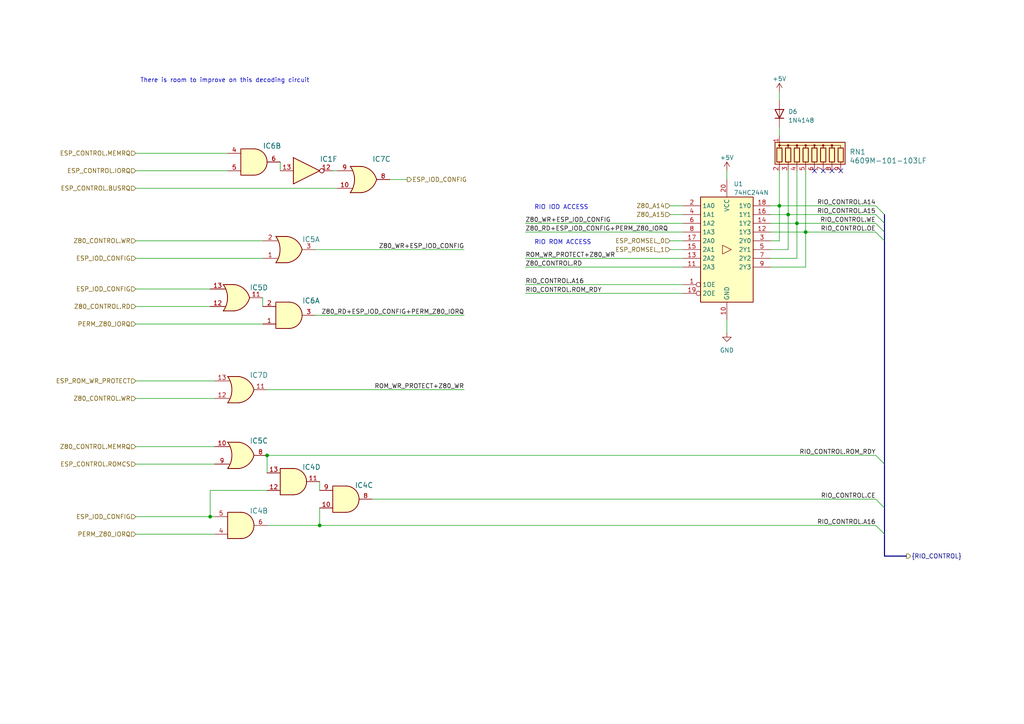
<source format=kicad_sch>
(kicad_sch (version 20230121) (generator eeschema)
  (paper "A4")
  (title_block (comment 1 "This could be copied into a RIO implemenation") (comment 2 "Decoder circuit for the RIO chip"))
  (lib_symbols
    (symbol "74xx:74HC04"
      (property "Reference" "U" (at 0 1.27 0))
      (property "Value" "74HC04" (at 0 -1.27 0))
      (symbol "74HC04_1_0"
        (polyline (pts (xy -3.81 3.81) (xy -3.81 -3.81) (xy 3.81 0) (xy -3.81 3.81)) (stroke (width 0.254)) (fill (type background)))
        (pin input line (at -7.62 0 0) (length 3.81) (name "~") (number "1"))
        (pin output inverted (at 7.62 0 180) (length 3.81) (name "~") (number "2"))
      )
      (symbol "74HC04_2_0"
        (polyline (pts (xy -3.81 3.81) (xy -3.81 -3.81) (xy 3.81 0) (xy -3.81 3.81)) (stroke (width 0.254)) (fill (type background)))
        (pin input line (at -7.62 0 0) (length 3.81) (name "~") (number "3"))
        (pin output inverted (at 7.62 0 180) (length 3.81) (name "~") (number "4"))
      )
      (symbol "74HC04_3_0"
        (polyline (pts (xy -3.81 3.81) (xy -3.81 -3.81) (xy 3.81 0) (xy -3.81 3.81)) (stroke (width 0.254)) (fill (type background)))
        (pin input line (at -7.62 0 0) (length 3.81) (name "~") (number "5"))
        (pin output inverted (at 7.62 0 180) (length 3.81) (name "~") (number "6"))
      )
      (symbol "74HC04_4_0"
        (polyline (pts (xy -3.81 3.81) (xy -3.81 -3.81) (xy 3.81 0) (xy -3.81 3.81)) (stroke (width 0.254)) (fill (type background)))
        (pin output inverted (at 7.62 0 180) (length 3.81) (name "~") (number "8"))
        (pin input line (at -7.62 0 0) (length 3.81) (name "~") (number "9"))
      )
      (symbol "74HC04_5_0"
        (polyline (pts (xy -3.81 3.81) (xy -3.81 -3.81) (xy 3.81 0) (xy -3.81 3.81)) (stroke (width 0.254)) (fill (type background)))
        (pin output inverted (at 7.62 0 180) (length 3.81) (name "~") (number "10"))
        (pin input line (at -7.62 0 0) (length 3.81) (name "~") (number "11"))
      )
      (symbol "74HC04_6_0"
        (polyline (pts (xy -3.81 3.81) (xy -3.81 -3.81) (xy 3.81 0) (xy -3.81 3.81)) (stroke (width 0.254)) (fill (type background)))
        (pin output inverted (at 7.62 0 180) (length 3.81) (name "~") (number "12"))
        (pin input line (at -7.62 0 0) (length 3.81) (name "~") (number "13"))
      )
      (symbol "74HC04_7_0"
        (pin power_in line (at 0 12.7 270) (length 5.08) (name "VCC") (number "14"))
        (pin power_in line (at 0 -12.7 90) (length 5.08) (name "GND") (number "7"))
      )
      (symbol "74HC04_7_1"
        (rectangle (start -5.08 7.62) (end 5.08 -7.62) (stroke (width 0.254)) (fill (type background)))
      )
    )
    (symbol "74xx:74HC244"
      (property "Reference" "U" (at -7.62 16.51 0))
      (property "Value" "74HC244" (at -7.62 -16.51 0))
      (symbol "74HC244_1_0"
        (polyline (pts (xy 1.27 0) (xy -1.27 1.27) (xy -1.27 -1.27) (xy 1.27 0)) (stroke (width 0.1524)))
        (pin input inverted (at -12.7 -10.16 0) (length 5.08) (name "1OE") (number "1"))
        (pin power_in line (at 0 -20.32 90) (length 5.08) (name "GND") (number "10"))
        (pin input line (at -12.7 -5.08 0) (length 5.08) (name "2A3") (number "11"))
        (pin tri_state line (at 12.7 5.08 180) (length 5.08) (name "1Y3") (number "12"))
        (pin input line (at -12.7 -2.54 0) (length 5.08) (name "2A2") (number "13"))
        (pin tri_state line (at 12.7 7.62 180) (length 5.08) (name "1Y2") (number "14"))
        (pin input line (at -12.7 0 0) (length 5.08) (name "2A1") (number "15"))
        (pin tri_state line (at 12.7 10.16 180) (length 5.08) (name "1Y1") (number "16"))
        (pin input line (at -12.7 2.54 0) (length 5.08) (name "2A0") (number "17"))
        (pin tri_state line (at 12.7 12.7 180) (length 5.08) (name "1Y0") (number "18"))
        (pin input inverted (at -12.7 -12.7 0) (length 5.08) (name "2OE") (number "19"))
        (pin input line (at -12.7 12.7 0) (length 5.08) (name "1A0") (number "2"))
        (pin power_in line (at 0 20.32 270) (length 5.08) (name "VCC") (number "20"))
        (pin tri_state line (at 12.7 2.54 180) (length 5.08) (name "2Y0") (number "3"))
        (pin input line (at -12.7 10.16 0) (length 5.08) (name "1A1") (number "4"))
        (pin tri_state line (at 12.7 0 180) (length 5.08) (name "2Y1") (number "5"))
        (pin input line (at -12.7 7.62 0) (length 5.08) (name "1A2") (number "6"))
        (pin tri_state line (at 12.7 -2.54 180) (length 5.08) (name "2Y2") (number "7"))
        (pin input line (at -12.7 5.08 0) (length 5.08) (name "1A3") (number "8"))
        (pin tri_state line (at 12.7 -5.08 180) (length 5.08) (name "2Y3") (number "9"))
      )
      (symbol "74HC244_1_1"
        (rectangle (start -7.62 15.24) (end 7.62 -15.24) (stroke (width 0.254)) (fill (type background)))
      )
    )
    (symbol "74xx:74LS08" (pin_names (offset 1.016))
      (property "Reference" "U" (at 0 1.27 0))
      (property "Value" "74LS08" (at 0 -1.27 0))
      (symbol "74LS08_1_1"
        (arc (start 0 -3.81) (mid 3.7934 0) (end 0 3.81) (stroke (width 0.254)) (fill (type background)))
        (polyline (pts (xy 0 3.81) (xy -3.81 3.81) (xy -3.81 -3.81) (xy 0 -3.81)) (stroke (width 0.254)) (fill (type background)))
        (pin input line (at -7.62 2.54 0) (length 3.81) (name "~") (number "1"))
        (pin input line (at -7.62 -2.54 0) (length 3.81) (name "~") (number "2"))
        (pin output line (at 7.62 0 180) (length 3.81) (name "~") (number "3"))
      )
      (symbol "74LS08_1_2"
        (arc (start -3.81 -3.81) (mid -2.589 0) (end -3.81 3.81) (stroke (width 0.254)))
        (arc (start -0.6096 -3.81) (mid 2.1842 -2.5851) (end 3.81 0) (stroke (width 0.254)) (fill (type background)))
        (polyline (pts (xy -3.81 -3.81) (xy -0.635 -3.81)) (stroke (width 0.254)) (fill (type background)))
        (polyline (pts (xy -3.81 3.81) (xy -0.635 3.81)) (stroke (width 0.254)) (fill (type background)))
        (polyline (pts (xy -0.635 3.81) (xy -3.81 3.81) (xy -3.81 3.81) (xy -3.556 3.4036) (xy -3.0226 2.2606) (xy -2.6924 1.0414) (xy -2.6162 -0.254) (xy -2.7686 -1.4986) (xy -3.175 -2.7178) (xy -3.81 -3.81) (xy -3.81 -3.81) (xy -0.635 -3.81)) (stroke (width -25.4)) (fill (type background)))
        (arc (start 3.81 0) (mid 2.1915 2.5936) (end -0.6096 3.81) (stroke (width 0.254)) (fill (type background)))
        (pin input inverted (at -7.62 2.54 0) (length 4.318) (name "~") (number "1"))
        (pin input inverted (at -7.62 -2.54 0) (length 4.318) (name "~") (number "2"))
        (pin output inverted (at 7.62 0 180) (length 3.81) (name "~") (number "3"))
      )
      (symbol "74LS08_2_1"
        (arc (start 0 -3.81) (mid 3.7934 0) (end 0 3.81) (stroke (width 0.254)) (fill (type background)))
        (polyline (pts (xy 0 3.81) (xy -3.81 3.81) (xy -3.81 -3.81) (xy 0 -3.81)) (stroke (width 0.254)) (fill (type background)))
        (pin input line (at -7.62 2.54 0) (length 3.81) (name "~") (number "4"))
        (pin input line (at -7.62 -2.54 0) (length 3.81) (name "~") (number "5"))
        (pin output line (at 7.62 0 180) (length 3.81) (name "~") (number "6"))
      )
      (symbol "74LS08_2_2"
        (arc (start -3.81 -3.81) (mid -2.589 0) (end -3.81 3.81) (stroke (width 0.254)))
        (arc (start -0.6096 -3.81) (mid 2.1842 -2.5851) (end 3.81 0) (stroke (width 0.254)) (fill (type background)))
        (polyline (pts (xy -3.81 -3.81) (xy -0.635 -3.81)) (stroke (width 0.254)) (fill (type background)))
        (polyline (pts (xy -3.81 3.81) (xy -0.635 3.81)) (stroke (width 0.254)) (fill (type background)))
        (polyline (pts (xy -0.635 3.81) (xy -3.81 3.81) (xy -3.81 3.81) (xy -3.556 3.4036) (xy -3.0226 2.2606) (xy -2.6924 1.0414) (xy -2.6162 -0.254) (xy -2.7686 -1.4986) (xy -3.175 -2.7178) (xy -3.81 -3.81) (xy -3.81 -3.81) (xy -0.635 -3.81)) (stroke (width -25.4)) (fill (type background)))
        (arc (start 3.81 0) (mid 2.1915 2.5936) (end -0.6096 3.81) (stroke (width 0.254)) (fill (type background)))
        (pin input inverted (at -7.62 2.54 0) (length 4.318) (name "~") (number "4"))
        (pin input inverted (at -7.62 -2.54 0) (length 4.318) (name "~") (number "5"))
        (pin output inverted (at 7.62 0 180) (length 3.81) (name "~") (number "6"))
      )
      (symbol "74LS08_3_1"
        (arc (start 0 -3.81) (mid 3.7934 0) (end 0 3.81) (stroke (width 0.254)) (fill (type background)))
        (polyline (pts (xy 0 3.81) (xy -3.81 3.81) (xy -3.81 -3.81) (xy 0 -3.81)) (stroke (width 0.254)) (fill (type background)))
        (pin input line (at -7.62 -2.54 0) (length 3.81) (name "~") (number "10"))
        (pin output line (at 7.62 0 180) (length 3.81) (name "~") (number "8"))
        (pin input line (at -7.62 2.54 0) (length 3.81) (name "~") (number "9"))
      )
      (symbol "74LS08_3_2"
        (arc (start -3.81 -3.81) (mid -2.589 0) (end -3.81 3.81) (stroke (width 0.254)))
        (arc (start -0.6096 -3.81) (mid 2.1842 -2.5851) (end 3.81 0) (stroke (width 0.254)) (fill (type background)))
        (polyline (pts (xy -3.81 -3.81) (xy -0.635 -3.81)) (stroke (width 0.254)) (fill (type background)))
        (polyline (pts (xy -3.81 3.81) (xy -0.635 3.81)) (stroke (width 0.254)) (fill (type background)))
        (polyline (pts (xy -0.635 3.81) (xy -3.81 3.81) (xy -3.81 3.81) (xy -3.556 3.4036) (xy -3.0226 2.2606) (xy -2.6924 1.0414) (xy -2.6162 -0.254) (xy -2.7686 -1.4986) (xy -3.175 -2.7178) (xy -3.81 -3.81) (xy -3.81 -3.81) (xy -0.635 -3.81)) (stroke (width -25.4)) (fill (type background)))
        (arc (start 3.81 0) (mid 2.1915 2.5936) (end -0.6096 3.81) (stroke (width 0.254)) (fill (type background)))
        (pin input inverted (at -7.62 -2.54 0) (length 4.318) (name "~") (number "10"))
        (pin output inverted (at 7.62 0 180) (length 3.81) (name "~") (number "8"))
        (pin input inverted (at -7.62 2.54 0) (length 4.318) (name "~") (number "9"))
      )
      (symbol "74LS08_4_1"
        (arc (start 0 -3.81) (mid 3.7934 0) (end 0 3.81) (stroke (width 0.254)) (fill (type background)))
        (polyline (pts (xy 0 3.81) (xy -3.81 3.81) (xy -3.81 -3.81) (xy 0 -3.81)) (stroke (width 0.254)) (fill (type background)))
        (pin output line (at 7.62 0 180) (length 3.81) (name "~") (number "11"))
        (pin input line (at -7.62 2.54 0) (length 3.81) (name "~") (number "12"))
        (pin input line (at -7.62 -2.54 0) (length 3.81) (name "~") (number "13"))
      )
      (symbol "74LS08_4_2"
        (arc (start -3.81 -3.81) (mid -2.589 0) (end -3.81 3.81) (stroke (width 0.254)))
        (arc (start -0.6096 -3.81) (mid 2.1842 -2.5851) (end 3.81 0) (stroke (width 0.254)) (fill (type background)))
        (polyline (pts (xy -3.81 -3.81) (xy -0.635 -3.81)) (stroke (width 0.254)) (fill (type background)))
        (polyline (pts (xy -3.81 3.81) (xy -0.635 3.81)) (stroke (width 0.254)) (fill (type background)))
        (polyline (pts (xy -0.635 3.81) (xy -3.81 3.81) (xy -3.81 3.81) (xy -3.556 3.4036) (xy -3.0226 2.2606) (xy -2.6924 1.0414) (xy -2.6162 -0.254) (xy -2.7686 -1.4986) (xy -3.175 -2.7178) (xy -3.81 -3.81) (xy -3.81 -3.81) (xy -0.635 -3.81)) (stroke (width -25.4)) (fill (type background)))
        (arc (start 3.81 0) (mid 2.1915 2.5936) (end -0.6096 3.81) (stroke (width 0.254)) (fill (type background)))
        (pin output inverted (at 7.62 0 180) (length 3.81) (name "~") (number "11"))
        (pin input inverted (at -7.62 2.54 0) (length 4.318) (name "~") (number "12"))
        (pin input inverted (at -7.62 -2.54 0) (length 4.318) (name "~") (number "13"))
      )
      (symbol "74LS08_5_0"
        (pin power_in line (at 0 12.7 270) (length 5.08) (name "VCC") (number "14"))
        (pin power_in line (at 0 -12.7 90) (length 5.08) (name "GND") (number "7"))
      )
      (symbol "74LS08_5_1"
        (rectangle (start -5.08 7.62) (end 5.08 -7.62) (stroke (width 0.254)) (fill (type background)))
      )
    )
    (symbol "74xx:74LS32" (pin_names (offset 1.016))
      (property "Reference" "U" (at 0 1.27 0))
      (property "Value" "74LS32" (at 0 -1.27 0))
      (symbol "74LS32_1_1"
        (arc (start -3.81 -3.81) (mid -2.589 0) (end -3.81 3.81) (stroke (width 0.254)))
        (arc (start -0.6096 -3.81) (mid 2.1842 -2.5851) (end 3.81 0) (stroke (width 0.254)) (fill (type background)))
        (polyline (pts (xy -3.81 -3.81) (xy -0.635 -3.81)) (stroke (width 0.254)) (fill (type background)))
        (polyline (pts (xy -3.81 3.81) (xy -0.635 3.81)) (stroke (width 0.254)) (fill (type background)))
        (polyline (pts (xy -0.635 3.81) (xy -3.81 3.81) (xy -3.81 3.81) (xy -3.556 3.4036) (xy -3.0226 2.2606) (xy -2.6924 1.0414) (xy -2.6162 -0.254) (xy -2.7686 -1.4986) (xy -3.175 -2.7178) (xy -3.81 -3.81) (xy -3.81 -3.81) (xy -0.635 -3.81)) (stroke (width -25.4)) (fill (type background)))
        (arc (start 3.81 0) (mid 2.1915 2.5936) (end -0.6096 3.81) (stroke (width 0.254)) (fill (type background)))
        (pin input line (at -7.62 2.54 0) (length 4.318) (name "~") (number "1"))
        (pin input line (at -7.62 -2.54 0) (length 4.318) (name "~") (number "2"))
        (pin output line (at 7.62 0 180) (length 3.81) (name "~") (number "3"))
      )
      (symbol "74LS32_1_2"
        (arc (start 0 -3.81) (mid 3.7934 0) (end 0 3.81) (stroke (width 0.254)) (fill (type background)))
        (polyline (pts (xy 0 3.81) (xy -3.81 3.81) (xy -3.81 -3.81) (xy 0 -3.81)) (stroke (width 0.254)) (fill (type background)))
        (pin input inverted (at -7.62 2.54 0) (length 3.81) (name "~") (number "1"))
        (pin input inverted (at -7.62 -2.54 0) (length 3.81) (name "~") (number "2"))
        (pin output inverted (at 7.62 0 180) (length 3.81) (name "~") (number "3"))
      )
      (symbol "74LS32_2_1"
        (arc (start -3.81 -3.81) (mid -2.589 0) (end -3.81 3.81) (stroke (width 0.254)))
        (arc (start -0.6096 -3.81) (mid 2.1842 -2.5851) (end 3.81 0) (stroke (width 0.254)) (fill (type background)))
        (polyline (pts (xy -3.81 -3.81) (xy -0.635 -3.81)) (stroke (width 0.254)) (fill (type background)))
        (polyline (pts (xy -3.81 3.81) (xy -0.635 3.81)) (stroke (width 0.254)) (fill (type background)))
        (polyline (pts (xy -0.635 3.81) (xy -3.81 3.81) (xy -3.81 3.81) (xy -3.556 3.4036) (xy -3.0226 2.2606) (xy -2.6924 1.0414) (xy -2.6162 -0.254) (xy -2.7686 -1.4986) (xy -3.175 -2.7178) (xy -3.81 -3.81) (xy -3.81 -3.81) (xy -0.635 -3.81)) (stroke (width -25.4)) (fill (type background)))
        (arc (start 3.81 0) (mid 2.1915 2.5936) (end -0.6096 3.81) (stroke (width 0.254)) (fill (type background)))
        (pin input line (at -7.62 2.54 0) (length 4.318) (name "~") (number "4"))
        (pin input line (at -7.62 -2.54 0) (length 4.318) (name "~") (number "5"))
        (pin output line (at 7.62 0 180) (length 3.81) (name "~") (number "6"))
      )
      (symbol "74LS32_2_2"
        (arc (start 0 -3.81) (mid 3.7934 0) (end 0 3.81) (stroke (width 0.254)) (fill (type background)))
        (polyline (pts (xy 0 3.81) (xy -3.81 3.81) (xy -3.81 -3.81) (xy 0 -3.81)) (stroke (width 0.254)) (fill (type background)))
        (pin input inverted (at -7.62 2.54 0) (length 3.81) (name "~") (number "4"))
        (pin input inverted (at -7.62 -2.54 0) (length 3.81) (name "~") (number "5"))
        (pin output inverted (at 7.62 0 180) (length 3.81) (name "~") (number "6"))
      )
      (symbol "74LS32_3_1"
        (arc (start -3.81 -3.81) (mid -2.589 0) (end -3.81 3.81) (stroke (width 0.254)))
        (arc (start -0.6096 -3.81) (mid 2.1842 -2.5851) (end 3.81 0) (stroke (width 0.254)) (fill (type background)))
        (polyline (pts (xy -3.81 -3.81) (xy -0.635 -3.81)) (stroke (width 0.254)) (fill (type background)))
        (polyline (pts (xy -3.81 3.81) (xy -0.635 3.81)) (stroke (width 0.254)) (fill (type background)))
        (polyline (pts (xy -0.635 3.81) (xy -3.81 3.81) (xy -3.81 3.81) (xy -3.556 3.4036) (xy -3.0226 2.2606) (xy -2.6924 1.0414) (xy -2.6162 -0.254) (xy -2.7686 -1.4986) (xy -3.175 -2.7178) (xy -3.81 -3.81) (xy -3.81 -3.81) (xy -0.635 -3.81)) (stroke (width -25.4)) (fill (type background)))
        (arc (start 3.81 0) (mid 2.1915 2.5936) (end -0.6096 3.81) (stroke (width 0.254)) (fill (type background)))
        (pin input line (at -7.62 -2.54 0) (length 4.318) (name "~") (number "10"))
        (pin output line (at 7.62 0 180) (length 3.81) (name "~") (number "8"))
        (pin input line (at -7.62 2.54 0) (length 4.318) (name "~") (number "9"))
      )
      (symbol "74LS32_3_2"
        (arc (start 0 -3.81) (mid 3.7934 0) (end 0 3.81) (stroke (width 0.254)) (fill (type background)))
        (polyline (pts (xy 0 3.81) (xy -3.81 3.81) (xy -3.81 -3.81) (xy 0 -3.81)) (stroke (width 0.254)) (fill (type background)))
        (pin input inverted (at -7.62 -2.54 0) (length 3.81) (name "~") (number "10"))
        (pin output inverted (at 7.62 0 180) (length 3.81) (name "~") (number "8"))
        (pin input inverted (at -7.62 2.54 0) (length 3.81) (name "~") (number "9"))
      )
      (symbol "74LS32_4_1"
        (arc (start -3.81 -3.81) (mid -2.589 0) (end -3.81 3.81) (stroke (width 0.254)))
        (arc (start -0.6096 -3.81) (mid 2.1842 -2.5851) (end 3.81 0) (stroke (width 0.254)) (fill (type background)))
        (polyline (pts (xy -3.81 -3.81) (xy -0.635 -3.81)) (stroke (width 0.254)) (fill (type background)))
        (polyline (pts (xy -3.81 3.81) (xy -0.635 3.81)) (stroke (width 0.254)) (fill (type background)))
        (polyline (pts (xy -0.635 3.81) (xy -3.81 3.81) (xy -3.81 3.81) (xy -3.556 3.4036) (xy -3.0226 2.2606) (xy -2.6924 1.0414) (xy -2.6162 -0.254) (xy -2.7686 -1.4986) (xy -3.175 -2.7178) (xy -3.81 -3.81) (xy -3.81 -3.81) (xy -0.635 -3.81)) (stroke (width -25.4)) (fill (type background)))
        (arc (start 3.81 0) (mid 2.1915 2.5936) (end -0.6096 3.81) (stroke (width 0.254)) (fill (type background)))
        (pin output line (at 7.62 0 180) (length 3.81) (name "~") (number "11"))
        (pin input line (at -7.62 2.54 0) (length 4.318) (name "~") (number "12"))
        (pin input line (at -7.62 -2.54 0) (length 4.318) (name "~") (number "13"))
      )
      (symbol "74LS32_4_2"
        (arc (start 0 -3.81) (mid 3.7934 0) (end 0 3.81) (stroke (width 0.254)) (fill (type background)))
        (polyline (pts (xy 0 3.81) (xy -3.81 3.81) (xy -3.81 -3.81) (xy 0 -3.81)) (stroke (width 0.254)) (fill (type background)))
        (pin output inverted (at 7.62 0 180) (length 3.81) (name "~") (number "11"))
        (pin input inverted (at -7.62 2.54 0) (length 3.81) (name "~") (number "12"))
        (pin input inverted (at -7.62 -2.54 0) (length 3.81) (name "~") (number "13"))
      )
      (symbol "74LS32_5_0"
        (pin power_in line (at 0 12.7 270) (length 5.08) (name "VCC") (number "14"))
        (pin power_in line (at 0 -12.7 90) (length 5.08) (name "GND") (number "7"))
      )
      (symbol "74LS32_5_1"
        (rectangle (start -5.08 7.62) (end 5.08 -7.62) (stroke (width 0.254)) (fill (type background)))
      )
    )
    (symbol "Device:D" (pin_numbers hide) (pin_names (offset 1.016) hide)
      (property "Reference" "D" (at 0 2.54 0))
      (property "Value" "D" (at 0 -2.54 0))
      (symbol "D_0_1"
        (polyline (pts (xy -1.27 1.27) (xy -1.27 -1.27)) (stroke (width 0.254)))
        (polyline (pts (xy 1.27 0) (xy -1.27 0)))
        (polyline (pts (xy 1.27 1.27) (xy 1.27 -1.27) (xy -1.27 0) (xy 1.27 1.27)) (stroke (width 0.254)))
      )
      (symbol "D_1_1"
        (pin passive line (at -3.81 0 0) (length 2.54) (name "K") (number "1"))
        (pin passive line (at 3.81 0 180) (length 2.54) (name "A") (number "2"))
      )
    )
    (symbol "Device:R_Network08" (pin_names (offset 0) hide)
      (property "Reference" "RN" (at -12.7 0 90))
      (property "Value" "R_Network08" (at 10.16 0 90))
      (symbol "R_Network08_0_1"
        (rectangle (start -11.43 -3.175) (end 8.89 3.175) (stroke (width 0.254)) (fill (type background)))
        (rectangle (start -10.922 1.524) (end -9.398 -2.54) (stroke (width 0.254)))
        (circle (center -10.16 2.286) (radius 0.254) (fill (type outline)))
        (rectangle (start -8.382 1.524) (end -6.858 -2.54) (stroke (width 0.254)))
        (circle (center -7.62 2.286) (radius 0.254) (fill (type outline)))
        (rectangle (start -5.842 1.524) (end -4.318 -2.54) (stroke (width 0.254)))
        (circle (center -5.08 2.286) (radius 0.254) (fill (type outline)))
        (rectangle (start -3.302 1.524) (end -1.778 -2.54) (stroke (width 0.254)))
        (circle (center -2.54 2.286) (radius 0.254) (fill (type outline)))
        (rectangle (start -0.762 1.524) (end 0.762 -2.54) (stroke (width 0.254)))
        (polyline (pts (xy -10.16 -2.54) (xy -10.16 -3.81)))
        (polyline (pts (xy -7.62 -2.54) (xy -7.62 -3.81)))
        (polyline (pts (xy -5.08 -2.54) (xy -5.08 -3.81)))
        (polyline (pts (xy -2.54 -2.54) (xy -2.54 -3.81)))
        (polyline (pts (xy 0 -2.54) (xy 0 -3.81)))
        (polyline (pts (xy 2.54 -2.54) (xy 2.54 -3.81)))
        (polyline (pts (xy 5.08 -2.54) (xy 5.08 -3.81)))
        (polyline (pts (xy 7.62 -2.54) (xy 7.62 -3.81)))
        (polyline (pts (xy -10.16 1.524) (xy -10.16 2.286) (xy -7.62 2.286) (xy -7.62 1.524)))
        (polyline (pts (xy -7.62 1.524) (xy -7.62 2.286) (xy -5.08 2.286) (xy -5.08 1.524)))
        (polyline (pts (xy -5.08 1.524) (xy -5.08 2.286) (xy -2.54 2.286) (xy -2.54 1.524)))
        (polyline (pts (xy -2.54 1.524) (xy -2.54 2.286) (xy 0 2.286) (xy 0 1.524)))
        (polyline (pts (xy 0 1.524) (xy 0 2.286) (xy 2.54 2.286) (xy 2.54 1.524)))
        (polyline (pts (xy 2.54 1.524) (xy 2.54 2.286) (xy 5.08 2.286) (xy 5.08 1.524)))
        (polyline (pts (xy 5.08 1.524) (xy 5.08 2.286) (xy 7.62 2.286) (xy 7.62 1.524)))
        (circle (center 0 2.286) (radius 0.254) (fill (type outline)))
        (rectangle (start 1.778 1.524) (end 3.302 -2.54) (stroke (width 0.254)))
        (circle (center 2.54 2.286) (radius 0.254) (fill (type outline)))
        (rectangle (start 4.318 1.524) (end 5.842 -2.54) (stroke (width 0.254)))
        (circle (center 5.08 2.286) (radius 0.254) (fill (type outline)))
        (rectangle (start 6.858 1.524) (end 8.382 -2.54) (stroke (width 0.254)))
      )
      (symbol "R_Network08_1_1"
        (pin passive line (at -10.16 5.08 270) (length 2.54) (name "common") (number "1"))
        (pin passive line (at -10.16 -5.08 90) (length 1.27) (name "R1") (number "2"))
        (pin passive line (at -7.62 -5.08 90) (length 1.27) (name "R2") (number "3"))
        (pin passive line (at -5.08 -5.08 90) (length 1.27) (name "R3") (number "4"))
        (pin passive line (at -2.54 -5.08 90) (length 1.27) (name "R4") (number "5"))
        (pin passive line (at 0 -5.08 90) (length 1.27) (name "R5") (number "6"))
        (pin passive line (at 2.54 -5.08 90) (length 1.27) (name "R6") (number "7"))
        (pin passive line (at 5.08 -5.08 90) (length 1.27) (name "R7") (number "8"))
        (pin passive line (at 7.62 -5.08 90) (length 1.27) (name "R8") (number "9"))
      )
    )
    (symbol "power:+5V" (power) (pin_names (offset 0))
      (property "Value" "+5V" (at 0 3.556 0))
      (symbol "+5V_0_1"
        (polyline (pts (xy -0.762 1.27) (xy 0 2.54)))
        (polyline (pts (xy 0 0) (xy 0 2.54)))
        (polyline (pts (xy 0 2.54) (xy 0.762 1.27)))
      )
      (symbol "+5V_1_1"
        (pin power_in line (at 0 0 90) (length 0) hide (name "+5V") (number "1"))
      )
    )
    (symbol "power:GND" (power) (pin_names (offset 0))
      (property "Value" "GND" (at 0 -3.81 0))
      (symbol "GND_0_1"
        (polyline (pts (xy 0 0) (xy 0 -1.27) (xy 1.27 -1.27) (xy 0 -2.54) (xy -1.27 -1.27) (xy 0 -1.27)))
      )
      (symbol "GND_1_1"
        (pin power_in line (at 0 0 270) (length 0) hide (name "GND") (number "1"))
      )
    )
  )
  (junction (at 228.6 62.23))
  (junction (at 92.71 152.4))
  (junction (at 77.47 132.08))
  (junction (at 231.14 64.77))
  (junction (at 233.68 67.31))
  (junction (at 226.06 59.69))
  (junction (at 60.96 149.86))
  (no_connect (at 238.76 49.53))
  (no_connect (at 241.3 49.53))
  (no_connect (at 243.84 49.53))
  (no_connect (at 236.22 49.53))
  (bus_entry (at 254 62.23) (size 2.54 2.54))
  (bus_entry (at 254 152.4) (size 2.54 2.54))
  (bus_entry (at 254 132.08) (size 2.54 2.54))
  (bus_entry (at 254 67.31) (size 2.54 2.54))
  (bus_entry (at 254 144.78) (size 2.54 2.54))
  (bus_entry (at 254 64.77) (size 2.54 2.54))
  (bus_entry (at 254 59.69) (size 2.54 2.54))
  (bus (pts (xy 256.54 64.77) (xy 256.54 67.31)))
  (wire (pts (xy 39.37 149.86) (xy 60.96 149.86)))
  (bus (pts (xy 256.54 69.85) (xy 256.54 134.62)))
  (wire (pts (xy 223.52 72.39) (xy 228.6 72.39)))
  (wire (pts (xy 107.95 144.78) (xy 254 144.78)))
  (wire (pts (xy 223.52 77.47) (xy 233.68 77.47)))
  (wire (pts (xy 62.23 134.62) (xy 39.37 134.62)))
  (wire (pts (xy 228.6 62.23) (xy 254 62.23)))
  (wire (pts (xy 233.68 49.53) (xy 233.68 67.31)))
  (wire (pts (xy 228.6 62.23) (xy 228.6 72.39)))
  (wire (pts (xy 81.28 46.99) (xy 81.28 49.53)))
  (bus (pts (xy 256.54 62.23) (xy 256.54 64.77)))
  (wire (pts (xy 152.4 67.31) (xy 198.12 67.31)))
  (wire (pts (xy 152.4 64.77) (xy 198.12 64.77)))
  (wire (pts (xy 223.52 64.77) (xy 231.14 64.77)))
  (wire (pts (xy 226.06 59.69) (xy 254 59.69)))
  (wire (pts (xy 62.23 115.57) (xy 39.37 115.57)))
  (wire (pts (xy 231.14 64.77) (xy 254 64.77)))
  (wire (pts (xy 92.71 139.7) (xy 92.71 142.24)))
  (wire (pts (xy 113.03 52.07) (xy 118.11 52.07)))
  (wire (pts (xy 62.23 154.94) (xy 39.37 154.94)))
  (wire (pts (xy 39.37 93.98) (xy 76.2 93.98)))
  (wire (pts (xy 62.23 129.54) (xy 39.37 129.54)))
  (wire (pts (xy 77.47 137.16) (xy 77.47 132.08)))
  (wire (pts (xy 152.4 82.55) (xy 198.12 82.55)))
  (wire (pts (xy 228.6 49.53) (xy 228.6 62.23)))
  (wire (pts (xy 62.23 149.86) (xy 60.96 149.86)))
  (wire (pts (xy 198.12 77.47) (xy 152.4 77.47)))
  (wire (pts (xy 92.71 152.4) (xy 254 152.4)))
  (wire (pts (xy 226.06 26.67) (xy 226.06 29.21)))
  (wire (pts (xy 152.4 85.09) (xy 198.12 85.09)))
  (wire (pts (xy 198.12 72.39) (xy 194.31 72.39)))
  (bus (pts (xy 262.89 161.29) (xy 256.54 161.29)))
  (wire (pts (xy 97.79 54.61) (xy 39.37 54.61)))
  (wire (pts (xy 62.23 110.49) (xy 39.37 110.49)))
  (wire (pts (xy 96.52 49.53) (xy 97.79 49.53)))
  (wire (pts (xy 77.47 132.08) (xy 254 132.08)))
  (wire (pts (xy 39.37 44.45) (xy 66.04 44.45)))
  (bus (pts (xy 256.54 147.32) (xy 256.54 154.94)))
  (wire (pts (xy 226.06 49.53) (xy 226.06 59.69)))
  (bus (pts (xy 256.54 154.94) (xy 256.54 161.29)))
  (wire (pts (xy 223.52 62.23) (xy 228.6 62.23)))
  (wire (pts (xy 76.2 86.36) (xy 76.2 88.9)))
  (wire (pts (xy 223.52 67.31) (xy 233.68 67.31)))
  (bus (pts (xy 256.54 134.62) (xy 256.54 147.32)))
  (bus (pts (xy 256.54 67.31) (xy 256.54 69.85)))
  (wire (pts (xy 91.44 91.44) (xy 134.62 91.44)))
  (wire (pts (xy 77.47 142.24) (xy 60.96 142.24)))
  (wire (pts (xy 231.14 49.53) (xy 231.14 64.77)))
  (wire (pts (xy 223.52 69.85) (xy 226.06 69.85)))
  (wire (pts (xy 223.52 59.69) (xy 226.06 59.69)))
  (wire (pts (xy 198.12 69.85) (xy 194.31 69.85)))
  (wire (pts (xy 60.96 83.82) (xy 39.37 83.82)))
  (wire (pts (xy 76.2 74.93) (xy 39.37 74.93)))
  (wire (pts (xy 198.12 59.69) (xy 194.31 59.69)))
  (wire (pts (xy 76.2 69.85) (xy 39.37 69.85)))
  (wire (pts (xy 233.68 67.31) (xy 233.68 77.47)))
  (wire (pts (xy 77.47 152.4) (xy 92.71 152.4)))
  (wire (pts (xy 77.47 113.03) (xy 134.62 113.03)))
  (wire (pts (xy 60.96 142.24) (xy 60.96 149.86)))
  (wire (pts (xy 66.04 49.53) (xy 39.37 49.53)))
  (wire (pts (xy 231.14 64.77) (xy 231.14 74.93)))
  (wire (pts (xy 233.68 67.31) (xy 254 67.31)))
  (wire (pts (xy 223.52 74.93) (xy 231.14 74.93)))
  (wire (pts (xy 210.82 92.71) (xy 210.82 96.52)))
  (wire (pts (xy 91.44 72.39) (xy 134.62 72.39)))
  (wire (pts (xy 198.12 62.23) (xy 194.31 62.23)))
  (wire (pts (xy 226.06 69.85) (xy 226.06 59.69)))
  (wire (pts (xy 60.96 88.9) (xy 39.37 88.9)))
  (wire (pts (xy 226.06 36.83) (xy 226.06 39.37)))
  (wire (pts (xy 152.4 74.93) (xy 198.12 74.93)))
  (wire (pts (xy 92.71 152.4) (xy 92.71 147.32)))
  (wire (pts (xy 210.82 49.53) (xy 210.82 52.07)))
  (text "There is room to improve on this decoding circuit" (at 40.64 24.13 0) (effects (font (size 1.27 1.27)) (justify left bottom)))
  (text "RIO IOD ACCESS" (at 154.94 60.96 0) (effects (font (size 1.27 1.27)) (justify left bottom)))
  (text "RIO ROM ACCESS" (at 154.94 71.12 0) (effects (font (size 1.27 1.27)) (justify left bottom)))
  (label "RIO_CONTROL.A14" (at 254 59.69 180))
  (label "ROM_WR_PROTECT+Z80_WR" (at 152.4 74.93 0))
  (label "Z80_WR+ESP_IOD_CONFIG" (at 152.4 64.77 0))
  (label "Z80_RD+ESP_IOD_CONFIG+PERM_Z80_IORQ" (at 152.4 67.31 0))
  (label "Z80_RD+ESP_IOD_CONFIG+PERM_Z80_IORQ" (at 134.62 91.44 180))
  (label "Z80_CONTROL.RD" (at 152.4 77.47 0))
  (label "RIO_CONTROL.ROM_RDY" (at 254 132.08 180))
  (label "RIO_CONTROL.WE" (at 254 64.77 180))
  (label "RIO_CONTROL.A15" (at 254 62.23 180))
  (label "Z80_WR+ESP_IOD_CONFIG" (at 134.62 72.39 180))
  (label "RIO_CONTROL.A16" (at 254 152.4 180))
  (label "RIO_CONTROL.ROM_RDY" (at 152.4 85.09 0))
  (label "RIO_CONTROL.OE" (at 254 67.31 180))
  (label "RIO_CONTROL.CE" (at 254 144.78 180))
  (label "ROM_WR_PROTECT+Z80_WR" (at 134.62 113.03 180))
  (label "RIO_CONTROL.A16" (at 152.4 82.55 0))
  (hierarchical_label "ESP_ROMSEL_1" (shape input) (at 194.31 72.39 180))
  (hierarchical_label "Z80_A15" (shape input) (at 194.31 62.23 180))
  (hierarchical_label "ESP_CONTROL.ROMCS" (shape input) (at 39.37 134.62 180))
  (hierarchical_label "{RIO_CONTROL}" (shape output) (at 262.89 161.29 0))
  (hierarchical_label "Z80_CONTROL.MEMRQ" (shape input) (at 39.37 129.54 180))
  (hierarchical_label "PERM_Z80_IORQ" (shape input) (at 39.37 154.94 180))
  (hierarchical_label "Z80_CONTROL.WR" (shape input) (at 39.37 69.85 180))
  (hierarchical_label "ESP_ROMSEL_0" (shape input) (at 194.31 69.85 180))
  (hierarchical_label "Z80_CONTROL.RD" (shape input) (at 39.37 88.9 180))
  (hierarchical_label "ESP_IOD_CONFIG" (shape input) (at 39.37 83.82 180))
  (hierarchical_label "ESP_IOD_CONFIG" (shape input) (at 39.37 74.93 180))
  (hierarchical_label "ESP_ROM_WR_PROTECT" (shape input) (at 39.37 110.49 180))
  (hierarchical_label "ESP_CONTROL.IORQ" (shape input) (at 39.37 49.53 180))
  (hierarchical_label "Z80_A14" (shape input) (at 194.31 59.69 180))
  (hierarchical_label "ESP_IOD_CONFIG" (shape output) (at 118.11 52.07 0))
  (hierarchical_label "ESP_CONTROL.MEMRQ" (shape input) (at 39.37 44.45 180))
  (hierarchical_label "ESP_IOD_CONFIG" (shape input) (at 39.37 149.86 180))
  (hierarchical_label "Z80_CONTROL.WR" (shape input) (at 39.37 115.57 180))
  (hierarchical_label "PERM_Z80_IORQ" (shape input) (at 39.37 93.98 180))
  (hierarchical_label "ESP_CONTROL.BUSRQ" (shape input) (at 39.37 54.61 180))
  (symbol (lib_id "74xx:74LS08") (at 73.66 46.99 0) (unit 2)
    (property "Reference" "IC6" (at 76.2 43.18 0) (effects (font (size 1.4986 1.4986)) (justify left bottom)))
    (property "Value" "74HC08N" (effects hide))
    (property "Footprint" "Package_DIP:DIP-14_W7.62mm_Socket" (effects hide))
    (property "Datasheet" "http://www.ti.com/lit/gpn/sn74LS08" (effects hide))
    (instances (project "GLUE_ZXspectrum_impl" (path "" (reference "IC6") (unit 2))) (project "GLUE_ZXspectrum" (path "" (reference "IC?") (unit 2))))
  )
  (symbol (lib_id "74xx:74LS08") (at 69.85 152.4 0) (mirror x) (unit 2)
    (property "Reference" "IC4" (at 72.39 147.32 0) (effects (font (size 1.4986 1.4986)) (justify left bottom)))
    (property "Value" "74HC08N" (effects hide))
    (property "Footprint" "Package_DIP:DIP-14_W7.62mm_Socket" (effects hide))
    (property "Datasheet" "http://www.ti.com/lit/gpn/sn74LS08" (effects hide))
    (instances (project "GLUE_ZXspectrum_impl" (path "" (reference "IC4") (unit 2))) (project "GLUE_ZXspectrum" (path "" (reference "IC?") (unit 2))))
  )
  (symbol (lib_id "power:+5V") (at 210.82 49.53 0) (unit 1)
    (property "Reference" "#PWR0104" (effects hide))
    (property "Value" "+5V" (at 210.82 45.72 0))
    (instances (project "GLUE_ZXspectrum_impl" (path "" (reference "#PWR0104") (unit 1))) (project "GLUE_ZXspectrum" (path "" (reference "#PWR?") (unit 1))))
  )
  (symbol (lib_id "74xx:74HC04") (at 88.9 49.53 0) (unit 6)
    (property "Reference" "IC1" (at 92.71 46.99 0) (effects (font (size 1.4986 1.4986)) (justify left bottom)))
    (property "Value" "7404N" (effects hide))
    (property "Footprint" "Package_DIP:DIP-14_W7.62mm_Socket" (effects hide))
    (property "Datasheet" "https://assets.nexperia.com/documents/data-sheet/74HC_HCT04.pdf" (effects hide))
    (instances (project "GLUE_ZXspectrum_impl" (path "" (reference "IC1") (unit 6))) (project "GLUE_ZXspectrum" (path "" (reference "IC?") (unit 5))))
  )
  (symbol (lib_id "74xx:74LS32") (at 83.82 72.39 0) (mirror x) (unit 1)
    (property "Reference" "IC5" (at 87.63 68.58 0) (effects (font (size 1.4986 1.4986)) (justify left bottom)))
    (property "Value" "74HC32N" (effects hide))
    (property "Footprint" "Package_DIP:DIP-14_W7.62mm_Socket" (effects hide))
    (property "Datasheet" "http://www.ti.com/lit/gpn/sn74LS32" (effects hide))
    (instances (project "GLUE_ZXspectrum_impl" (path "" (reference "IC5") (unit 1))) (project "GLUE_ZXspectrum" (path "" (reference "IC?") (unit 1))))
  )
  (symbol (lib_id "74xx:74LS08") (at 83.82 91.44 0) (mirror x) (unit 1)
    (property "Reference" "IC6" (at 87.63 86.36 0) (effects (font (size 1.4986 1.4986)) (justify left bottom)))
    (property "Value" "74HC08N" (effects hide))
    (property "Footprint" "Package_DIP:DIP-14_W7.62mm_Socket" (effects hide))
    (property "Datasheet" "http://www.ti.com/lit/gpn/sn74LS08" (effects hide))
    (instances (project "GLUE_ZXspectrum_impl" (path "" (reference "IC6") (unit 1))) (project "GLUE_ZXspectrum" (path "" (reference "IC?") (unit 1))))
  )
  (symbol (lib_id "74xx:74LS08") (at 100.33 144.78 0) (unit 3)
    (property "Reference" "IC4" (at 102.87 141.605 0) (effects (font (size 1.4986 1.4986)) (justify left bottom)))
    (property "Value" "74HC08N" (effects hide))
    (property "Footprint" "Package_DIP:DIP-14_W7.62mm_Socket" (effects hide))
    (property "Datasheet" "http://www.ti.com/lit/gpn/sn74LS08" (effects hide))
    (instances (project "GLUE_ZXspectrum_impl" (path "" (reference "IC4") (unit 3))) (project "GLUE_ZXspectrum" (path "" (reference "IC?") (unit 3))))
  )
  (symbol (lib_id "power:GND") (at 210.82 96.52 0) (unit 1)
    (property "Reference" "#PWR0105" (effects hide))
    (property "Value" "GND" (at 210.82 101.6 0))
    (instances (project "GLUE_ZXspectrum_impl" (path "" (reference "#PWR0105") (unit 1))) (project "GLUE_ZXspectrum" (path "" (reference "#PWR?") (unit 1))))
  )
  (symbol (lib_id "power:+5V") (at 226.06 26.67 0) (unit 1)
    (property "Reference" "#PWR0103" (effects hide))
    (property "Value" "+5V" (at 226.06 22.86 0))
    (instances (project "GLUE_ZXspectrum_impl" (path "" (reference "#PWR0103") (unit 1))) (project "GLUE_ZXspectrum" (path "" (reference "#PWR?") (unit 1))))
  )
  (symbol (lib_id "74xx:74LS32") (at 68.58 86.36 0) (mirror x) (unit 4)
    (property "Reference" "IC5" (at 72.39 82.55 0) (effects (font (size 1.4986 1.4986)) (justify left bottom)))
    (property "Value" "74HC32N" (effects hide))
    (property "Footprint" "Package_DIP:DIP-14_W7.62mm_Socket" (effects hide))
    (property "Datasheet" "http://www.ti.com/lit/gpn/sn74LS32" (effects hide))
    (instances (project "GLUE_ZXspectrum_impl" (path "" (reference "IC5") (unit 4))) (project "GLUE_ZXspectrum" (path "" (reference "IC?") (unit 2))))
  )
  (symbol (lib_id "74xx:74LS32") (at 105.41 52.07 0) (unit 3)
    (property "Reference" "IC7" (at 107.95 46.99 0) (effects (font (size 1.4986 1.4986)) (justify left bottom)))
    (property "Value" "74HC32N" (effects hide))
    (property "Footprint" "Package_DIP:DIP-14_W7.62mm_Socket" (effects hide))
    (property "Datasheet" "http://www.ti.com/lit/gpn/sn74LS32" (effects hide))
    (instances (project "GLUE_ZXspectrum_impl" (path "" (reference "IC7") (unit 3))) (project "GLUE_ZXspectrum" (path "" (reference "IC?") (unit 3))))
  )
  (symbol (lib_id "74xx:74LS32") (at 69.85 113.03 0) (mirror x) (unit 4)
    (property "Reference" "IC7" (at 72.39 107.95 0) (effects (font (size 1.4986 1.4986)) (justify left bottom)))
    (property "Value" "74HC32N" (effects hide))
    (property "Footprint" "Package_DIP:DIP-14_W7.62mm_Socket" (effects hide))
    (property "Datasheet" "http://www.ti.com/lit/gpn/sn74LS32" (effects hide))
    (instances (project "GLUE_ZXspectrum_impl" (path "" (reference "IC7") (unit 4))) (project "GLUE_ZXspectrum" (path "" (reference "IC?") (unit 4))))
  )
  (symbol (lib_id "Device:R_Network08") (at 236.22 44.45 0) (unit 1)
    (property "Reference" "RN1" (at 246.38 44.069 0) (effects (font (size 1.4986 1.4986)) (justify left)))
    (property "Value" "4609M-101-103LF" (at 246.38 46.609 0) (effects (font (size 1.4986 1.4986)) (justify left)))
    (property "Footprint" "Resistor_THT:R_Array_SIP9" (effects hide))
    (property "Datasheet" "http://www.vishay.com/docs/31509/csc.pdf" (effects hide))
    (instances (project "GLUE_ZXspectrum_impl" (path "" (reference "RN1") (unit 1))) (project "GLUE_ZXspectrum" (path "" (reference "RN?") (unit 1))))
  )
  (symbol (lib_id "Device:D") (at 226.06 33.02 270) (mirror x) (unit 1)
    (property "Reference" "D6" (at 228.6 32.385 90) (effects (justify left)))
    (property "Value" "1N4148" (at 228.6 34.925 90) (effects (justify left)))
    (property "Footprint" "Diode_THT:D_T-1_P5.08mm_Horizontal" (effects hide))
    (instances (project "GLUE_ZXspectrum_impl" (path "" (reference "D6") (unit 1))) (project "GLUE_ZXspectrum" (path "" (reference "D?") (unit 1))))
  )
  (symbol (lib_id "74xx:74HC244") (at 210.82 72.39 0) (unit 1)
    (property "Reference" "U1" (at 212.7759 53.34 0) (effects (justify left)))
    (property "Value" "74HC244N" (at 212.7759 55.88 0) (effects (justify left)))
    (property "Footprint" "Package_DIP:DIP-20_W7.62mm_Socket" (effects hide))
    (property "Datasheet" "https://assets.nexperia.com/documents/data-sheet/74HC_HCT244.pdf" (effects hide))
    (instances (project "GLUE_ZXspectrum_impl" (path "" (reference "U1") (unit 1))) (project "GLUE_ZXspectrum" (path "" (reference "U?") (unit 1))))
  )
  (symbol (lib_id "74xx:74LS32") (at 69.85 132.08 0) (mirror x) (unit 3)
    (property "Reference" "IC5" (at 72.39 127 0) (effects (font (size 1.4986 1.4986)) (justify left bottom)))
    (property "Value" "74HC32N" (effects hide))
    (property "Footprint" "Package_DIP:DIP-14_W7.62mm_Socket" (effects hide))
    (property "Datasheet" "http://www.ti.com/lit/gpn/sn74LS32" (effects hide))
    (instances (project "GLUE_ZXspectrum_impl" (path "" (reference "IC5") (unit 3))) (project "GLUE_ZXspectrum" (path "" (reference "IC?") (unit 3))))
  )
  (symbol (lib_id "74xx:74LS08") (at 85.09 139.7 0) (mirror x) (unit 4)
    (property "Reference" "IC4" (at 87.63 134.62 0) (effects (font (size 1.4986 1.4986)) (justify left bottom)))
    (property "Value" "74HC08N" (effects hide))
    (property "Footprint" "Package_DIP:DIP-14_W7.62mm_Socket" (effects hide))
    (property "Datasheet" "http://www.ti.com/lit/gpn/sn74LS08" (effects hide))
    (instances (project "GLUE_ZXspectrum_impl" (path "" (reference "IC4") (unit 4))) (project "GLUE_ZXspectrum" (path "" (reference "IC?") (unit 4))))
  )
)
</source>
